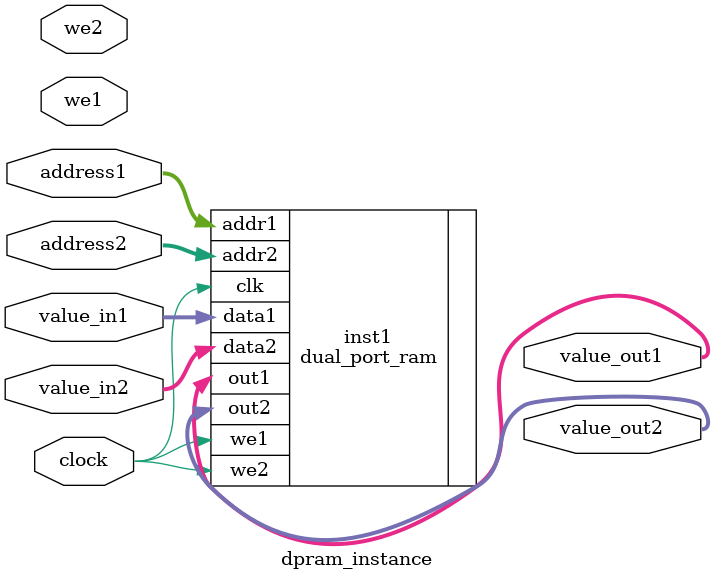
<source format=v>
module dpram_instance(
	address1,
	address2,
	value_in1,
	value_in2,
	we1,
	we2,
	clock,
	value_out1,
	value_out2
);

	parameter WIDTH = 16;	// Bit width
	parameter DEPTH = 8;	// Bit depth

/*  Input Declaration */
	input	[DEPTH-1:0] 	address1;
	input	[DEPTH-1:0] 	address2;
	input 	[WIDTH-1:0]		value_in1;
	input 	[WIDTH-1:0]		value_in2;
	input 	we1;
	input 	we2;
	input   clock;

	/*  Output Declaration */
	output	[WIDTH-1:0] 	value_out1;
	output	[WIDTH-1:0] 	value_out2;

	defparam inst1.ADDR_WIDTH = DEPTH; 
	defparam inst1.DATA_WIDTH = WIDTH;
	dual_port_ram inst1 (
		.addr1	( address1 ),
		.addr2	( address2 ),
		.data1	( value_in1 ),
		.data2	( value_in2 ),
		.we1	( clock ),
		.we2	( clock ),
		.clk    ( clock ),
		.out1	( value_out1 ),
		.out2	( value_out2 )
	);

endmodule
</source>
